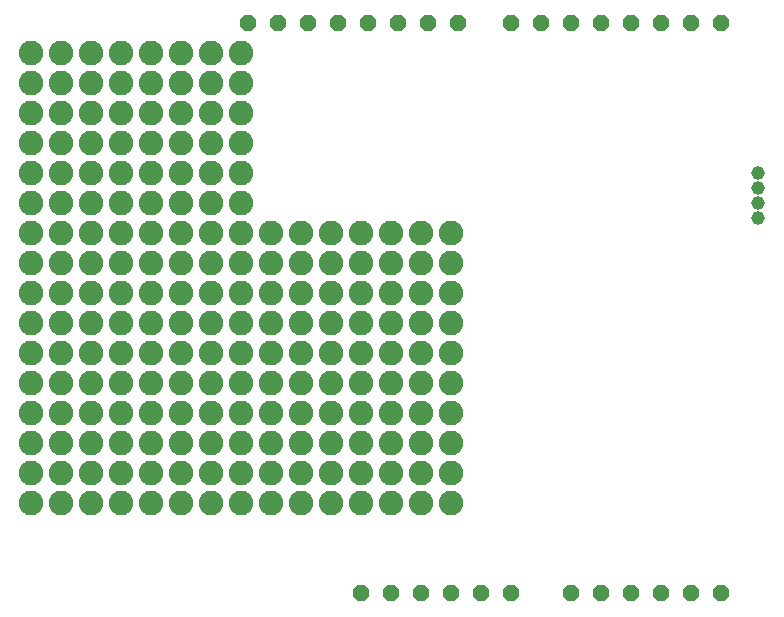
<source format=gbs>
G75*
G70*
%OFA0B0*%
%FSLAX24Y24*%
%IPPOS*%
%LPD*%
%AMOC8*
5,1,8,0,0,1.08239X$1,22.5*
%
%ADD10OC8,0.0560*%
%ADD11C,0.0454*%
%ADD12C,0.0820*%
D10*
X013640Y001640D03*
X014640Y001640D03*
X015640Y001640D03*
X016640Y001640D03*
X017640Y001640D03*
X018640Y001640D03*
X020640Y001640D03*
X021640Y001640D03*
X022640Y001640D03*
X023640Y001640D03*
X024640Y001640D03*
X025640Y001640D03*
X025640Y020640D03*
X024640Y020640D03*
X023640Y020640D03*
X022640Y020640D03*
X021640Y020640D03*
X020640Y020640D03*
X019640Y020640D03*
X018640Y020640D03*
X016890Y020640D03*
X015890Y020640D03*
X014890Y020640D03*
X013890Y020640D03*
X012890Y020640D03*
X011890Y020640D03*
X010890Y020640D03*
X009890Y020640D03*
D11*
X026890Y015640D03*
X026890Y015140D03*
X026890Y014640D03*
X026890Y014140D03*
D12*
X002640Y004640D03*
X003640Y004640D03*
X004640Y004640D03*
X005640Y004640D03*
X006640Y004640D03*
X007640Y004640D03*
X008640Y004640D03*
X009640Y004640D03*
X010640Y004640D03*
X011640Y004640D03*
X012640Y004640D03*
X013640Y004640D03*
X014640Y004640D03*
X015640Y004640D03*
X016640Y004640D03*
X016640Y005640D03*
X016640Y006640D03*
X015640Y006640D03*
X014640Y006640D03*
X014640Y005640D03*
X015640Y005640D03*
X013640Y005640D03*
X012640Y005640D03*
X012640Y006640D03*
X013640Y006640D03*
X013640Y007640D03*
X012640Y007640D03*
X012640Y008640D03*
X013640Y008640D03*
X014640Y008640D03*
X015640Y008640D03*
X015640Y007640D03*
X014640Y007640D03*
X016640Y007640D03*
X016640Y008640D03*
X016640Y009640D03*
X016640Y010640D03*
X015640Y010640D03*
X014640Y010640D03*
X014640Y009640D03*
X015640Y009640D03*
X013640Y009640D03*
X012640Y009640D03*
X012640Y010640D03*
X013640Y010640D03*
X013640Y011640D03*
X012640Y011640D03*
X012640Y012640D03*
X013640Y012640D03*
X014640Y012640D03*
X015640Y012640D03*
X015640Y011640D03*
X014640Y011640D03*
X016640Y011640D03*
X016640Y012640D03*
X016640Y013640D03*
X015640Y013640D03*
X014640Y013640D03*
X013640Y013640D03*
X012640Y013640D03*
X011640Y013640D03*
X010640Y013640D03*
X009640Y013640D03*
X008640Y013640D03*
X008640Y014640D03*
X009640Y014640D03*
X009640Y015640D03*
X008640Y015640D03*
X008640Y016640D03*
X009640Y016640D03*
X009640Y017640D03*
X008640Y017640D03*
X008640Y018640D03*
X009640Y018640D03*
X009640Y019640D03*
X008640Y019640D03*
X007640Y019640D03*
X006640Y019640D03*
X005640Y019640D03*
X004640Y019640D03*
X003640Y019640D03*
X002640Y019640D03*
X002640Y018640D03*
X003640Y018640D03*
X003640Y017640D03*
X002640Y017640D03*
X002640Y016640D03*
X003640Y016640D03*
X003640Y015640D03*
X002640Y015640D03*
X002640Y014640D03*
X003640Y014640D03*
X003640Y013640D03*
X002640Y013640D03*
X002640Y012640D03*
X003640Y012640D03*
X003640Y011640D03*
X002640Y011640D03*
X002640Y010640D03*
X003640Y010640D03*
X003640Y009640D03*
X002640Y009640D03*
X002640Y008640D03*
X003640Y008640D03*
X003640Y007640D03*
X002640Y007640D03*
X002640Y006640D03*
X003640Y006640D03*
X003640Y005640D03*
X002640Y005640D03*
X004640Y005640D03*
X005640Y005640D03*
X005640Y006640D03*
X004640Y006640D03*
X004640Y007640D03*
X005640Y007640D03*
X005640Y008640D03*
X004640Y008640D03*
X004640Y009640D03*
X005640Y009640D03*
X005640Y010640D03*
X004640Y010640D03*
X004640Y011640D03*
X005640Y011640D03*
X005640Y012640D03*
X004640Y012640D03*
X004640Y013640D03*
X005640Y013640D03*
X005640Y014640D03*
X004640Y014640D03*
X004640Y015640D03*
X005640Y015640D03*
X005640Y016640D03*
X004640Y016640D03*
X004640Y017640D03*
X005640Y017640D03*
X005640Y018640D03*
X004640Y018640D03*
X006640Y018640D03*
X007640Y018640D03*
X007640Y017640D03*
X006640Y017640D03*
X006640Y016640D03*
X007640Y016640D03*
X007640Y015640D03*
X006640Y015640D03*
X006640Y014640D03*
X007640Y014640D03*
X007640Y013640D03*
X006640Y013640D03*
X006640Y012640D03*
X007640Y012640D03*
X007640Y011640D03*
X006640Y011640D03*
X006640Y010640D03*
X007640Y010640D03*
X007640Y009640D03*
X006640Y009640D03*
X006640Y008640D03*
X007640Y008640D03*
X007640Y007640D03*
X006640Y007640D03*
X006640Y006640D03*
X007640Y006640D03*
X007640Y005640D03*
X006640Y005640D03*
X008640Y005640D03*
X009640Y005640D03*
X009640Y006640D03*
X008640Y006640D03*
X008640Y007640D03*
X009640Y007640D03*
X009640Y008640D03*
X008640Y008640D03*
X008640Y009640D03*
X009640Y009640D03*
X009640Y010640D03*
X008640Y010640D03*
X008640Y011640D03*
X009640Y011640D03*
X009640Y012640D03*
X008640Y012640D03*
X010640Y012640D03*
X011640Y012640D03*
X011640Y011640D03*
X010640Y011640D03*
X010640Y010640D03*
X011640Y010640D03*
X011640Y009640D03*
X010640Y009640D03*
X010640Y008640D03*
X011640Y008640D03*
X011640Y007640D03*
X010640Y007640D03*
X010640Y006640D03*
X011640Y006640D03*
X011640Y005640D03*
X010640Y005640D03*
M02*

</source>
